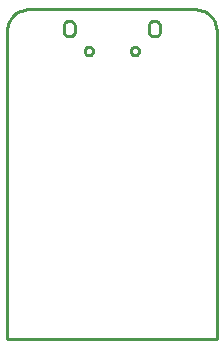
<source format=gbr>
G04 EAGLE Gerber RS-274X export*
G75*
%MOMM*%
%FSLAX34Y34*%
%LPD*%
%IN*%
%IPPOS*%
%AMOC8*
5,1,8,0,0,1.08239X$1,22.5*%
G01*
%ADD10C,0.254000*%


D10*
X0Y0D02*
X177800Y0D01*
X177800Y260350D01*
X177728Y262010D01*
X177511Y263658D01*
X177151Y265281D01*
X176651Y266865D01*
X176015Y268401D01*
X175248Y269875D01*
X174355Y271277D01*
X173343Y272595D01*
X172220Y273820D01*
X170995Y274943D01*
X169677Y275955D01*
X168275Y276848D01*
X166801Y277615D01*
X165265Y278251D01*
X163681Y278751D01*
X162058Y279111D01*
X160410Y279328D01*
X158750Y279400D01*
X19050Y279400D01*
X17390Y279328D01*
X15742Y279111D01*
X14120Y278751D01*
X12535Y278251D01*
X10999Y277615D01*
X9525Y276848D01*
X8123Y275955D01*
X6805Y274943D01*
X5580Y273820D01*
X4457Y272595D01*
X3445Y271277D01*
X2552Y269875D01*
X1785Y268401D01*
X1149Y266865D01*
X649Y265281D01*
X289Y263658D01*
X73Y262010D01*
X0Y260350D01*
X0Y0D01*
X48400Y259840D02*
X48459Y259493D01*
X48548Y259153D01*
X48666Y258822D01*
X48812Y258502D01*
X48986Y258196D01*
X49186Y257907D01*
X49410Y257636D01*
X49657Y257386D01*
X49925Y257158D01*
X50212Y256954D01*
X50515Y256777D01*
X50833Y256626D01*
X51163Y256503D01*
X51502Y256410D01*
X51848Y256347D01*
X52198Y256314D01*
X52549Y256312D01*
X52900Y256340D01*
X53251Y256312D01*
X53602Y256314D01*
X53952Y256347D01*
X54298Y256410D01*
X54637Y256503D01*
X54967Y256626D01*
X55285Y256777D01*
X55588Y256954D01*
X55875Y257158D01*
X56143Y257386D01*
X56390Y257636D01*
X56614Y257907D01*
X56814Y258196D01*
X56988Y258502D01*
X57134Y258822D01*
X57252Y259153D01*
X57341Y259493D01*
X57400Y259840D01*
X57400Y265840D01*
X57341Y266187D01*
X57252Y266527D01*
X57134Y266858D01*
X56988Y267178D01*
X56814Y267484D01*
X56614Y267773D01*
X56390Y268044D01*
X56143Y268294D01*
X55875Y268522D01*
X55588Y268726D01*
X55285Y268903D01*
X54967Y269054D01*
X54637Y269177D01*
X54298Y269270D01*
X53952Y269333D01*
X53602Y269366D01*
X53251Y269368D01*
X52900Y269340D01*
X52549Y269368D01*
X52198Y269366D01*
X51848Y269333D01*
X51502Y269270D01*
X51163Y269177D01*
X50833Y269054D01*
X50515Y268903D01*
X50212Y268726D01*
X49925Y268522D01*
X49657Y268294D01*
X49410Y268044D01*
X49186Y267773D01*
X48986Y267484D01*
X48812Y267178D01*
X48666Y266858D01*
X48548Y266527D01*
X48459Y266187D01*
X48400Y265840D01*
X48400Y259840D01*
X120400Y259840D02*
X120413Y259535D01*
X120453Y259232D01*
X120519Y258934D01*
X120611Y258643D01*
X120728Y258361D01*
X120869Y258090D01*
X121033Y257832D01*
X121219Y257590D01*
X121425Y257365D01*
X121650Y257159D01*
X121892Y256973D01*
X122150Y256809D01*
X122421Y256668D01*
X122703Y256551D01*
X122994Y256459D01*
X123292Y256393D01*
X123595Y256353D01*
X123900Y256340D01*
X125900Y256340D01*
X126205Y256353D01*
X126508Y256393D01*
X126806Y256459D01*
X127097Y256551D01*
X127379Y256668D01*
X127650Y256809D01*
X127908Y256973D01*
X128150Y257159D01*
X128375Y257365D01*
X128581Y257590D01*
X128767Y257832D01*
X128931Y258090D01*
X129072Y258361D01*
X129189Y258643D01*
X129281Y258934D01*
X129347Y259232D01*
X129387Y259535D01*
X129400Y259840D01*
X129400Y265340D01*
X129408Y265668D01*
X129386Y265995D01*
X129337Y266319D01*
X129259Y266638D01*
X129154Y266948D01*
X129023Y267249D01*
X128865Y267536D01*
X128683Y267809D01*
X128478Y268065D01*
X128252Y268302D01*
X128006Y268518D01*
X127742Y268713D01*
X127461Y268883D01*
X127168Y269028D01*
X126862Y269148D01*
X126547Y269240D01*
X126226Y269304D01*
X125900Y269340D01*
X123900Y269340D01*
X123574Y269304D01*
X123253Y269240D01*
X122938Y269148D01*
X122633Y269028D01*
X122339Y268883D01*
X122059Y268713D01*
X121794Y268518D01*
X121548Y268302D01*
X121322Y268065D01*
X121117Y267809D01*
X120935Y267536D01*
X120777Y267249D01*
X120646Y266948D01*
X120541Y266638D01*
X120463Y266319D01*
X120414Y265995D01*
X120392Y265668D01*
X120400Y265340D01*
X120400Y259840D01*
X104900Y244069D02*
X104960Y244524D01*
X105079Y244967D01*
X105254Y245391D01*
X105484Y245789D01*
X105763Y246153D01*
X106087Y246477D01*
X106451Y246756D01*
X106849Y246986D01*
X107273Y247161D01*
X107716Y247280D01*
X108171Y247340D01*
X108629Y247340D01*
X109084Y247280D01*
X109527Y247161D01*
X109951Y246986D01*
X110349Y246756D01*
X110713Y246477D01*
X111037Y246153D01*
X111316Y245789D01*
X111546Y245391D01*
X111721Y244967D01*
X111840Y244524D01*
X111900Y244069D01*
X111900Y243611D01*
X111840Y243156D01*
X111721Y242713D01*
X111546Y242289D01*
X111316Y241891D01*
X111037Y241527D01*
X110713Y241203D01*
X110349Y240924D01*
X109951Y240694D01*
X109527Y240519D01*
X109084Y240400D01*
X108629Y240340D01*
X108171Y240340D01*
X107716Y240400D01*
X107273Y240519D01*
X106849Y240694D01*
X106451Y240924D01*
X106087Y241203D01*
X105763Y241527D01*
X105484Y241891D01*
X105254Y242289D01*
X105079Y242713D01*
X104960Y243156D01*
X104900Y243611D01*
X104900Y244069D01*
X65900Y244069D02*
X65960Y244524D01*
X66079Y244967D01*
X66254Y245391D01*
X66484Y245789D01*
X66763Y246153D01*
X67087Y246477D01*
X67451Y246756D01*
X67849Y246986D01*
X68273Y247161D01*
X68716Y247280D01*
X69171Y247340D01*
X69629Y247340D01*
X70084Y247280D01*
X70527Y247161D01*
X70951Y246986D01*
X71349Y246756D01*
X71713Y246477D01*
X72037Y246153D01*
X72316Y245789D01*
X72546Y245391D01*
X72721Y244967D01*
X72840Y244524D01*
X72900Y244069D01*
X72900Y243611D01*
X72840Y243156D01*
X72721Y242713D01*
X72546Y242289D01*
X72316Y241891D01*
X72037Y241527D01*
X71713Y241203D01*
X71349Y240924D01*
X70951Y240694D01*
X70527Y240519D01*
X70084Y240400D01*
X69629Y240340D01*
X69171Y240340D01*
X68716Y240400D01*
X68273Y240519D01*
X67849Y240694D01*
X67451Y240924D01*
X67087Y241203D01*
X66763Y241527D01*
X66484Y241891D01*
X66254Y242289D01*
X66079Y242713D01*
X65960Y243156D01*
X65900Y243611D01*
X65900Y244069D01*
M02*

</source>
